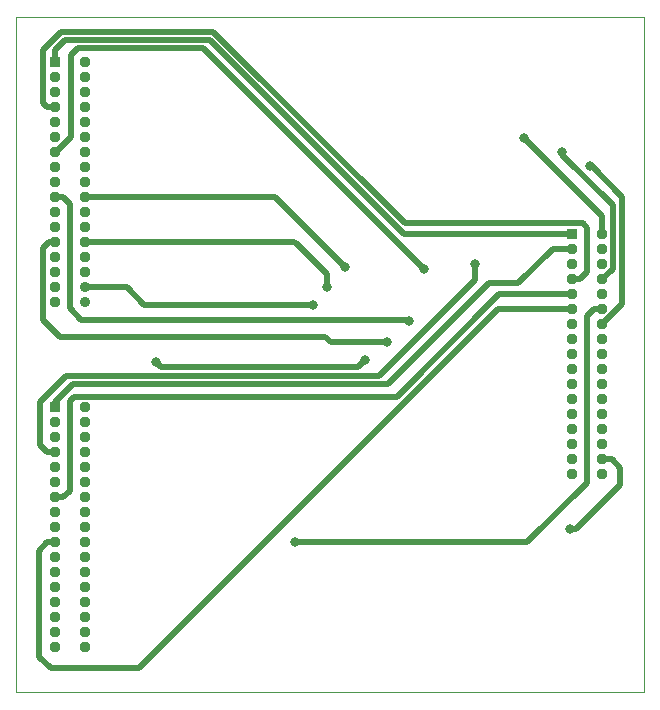
<source format=gbr>
%TF.GenerationSoftware,KiCad,Pcbnew,7.0.7*%
%TF.CreationDate,2023-09-12T23:19:34-05:00*%
%TF.ProjectId,Heater_North_DCT_HSK,48656174-6572-45f4-9e6f-7274685f4443,rev?*%
%TF.SameCoordinates,Original*%
%TF.FileFunction,Copper,L1,Top*%
%TF.FilePolarity,Positive*%
%FSLAX46Y46*%
G04 Gerber Fmt 4.6, Leading zero omitted, Abs format (unit mm)*
G04 Created by KiCad (PCBNEW 7.0.7) date 2023-09-12 23:19:34*
%MOMM*%
%LPD*%
G01*
G04 APERTURE LIST*
%TA.AperFunction,ComponentPad*%
%ADD10R,0.940800X0.940800*%
%TD*%
%TA.AperFunction,ComponentPad*%
%ADD11C,0.940800*%
%TD*%
%TA.AperFunction,ComponentPad*%
%ADD12C,0.890000*%
%TD*%
%TA.AperFunction,ViaPad*%
%ADD13C,0.800000*%
%TD*%
%TA.AperFunction,Conductor*%
%ADD14C,0.508000*%
%TD*%
%TA.AperFunction,Profile*%
%ADD15C,0.100000*%
%TD*%
G04 APERTURE END LIST*
D10*
%TO.P,J2,1,Pin_1*%
%TO.N,/HB2_1*%
X93969840Y-80010000D03*
D11*
%TO.P,J2,2,Pin_2*%
%TO.N,/HB2_2*%
X96530160Y-80010000D03*
%TO.P,J2,3,Pin_3*%
%TO.N,unconnected-(J2-Pin_3-Pad3)*%
X93980000Y-81280000D03*
%TO.P,J2,4,Pin_4*%
%TO.N,unconnected-(J2-Pin_4-Pad4)*%
X96520000Y-81280000D03*
%TO.P,J2,5,Pin_5*%
%TO.N,unconnected-(J2-Pin_5-Pad5)*%
X93980000Y-82550000D03*
%TO.P,J2,6,Pin_6*%
%TO.N,unconnected-(J2-Pin_6-Pad6)*%
X96520000Y-82550000D03*
%TO.P,J2,7,Pin_7*%
%TO.N,/HB2_7*%
X93980000Y-83820000D03*
%TO.P,J2,8,Pin_8*%
%TO.N,/HB2_8*%
X96520000Y-83820000D03*
%TO.P,J2,9,Pin_9*%
%TO.N,unconnected-(J2-Pin_9-Pad9)*%
X93980000Y-85090000D03*
%TO.P,J2,10,Pin_10*%
%TO.N,unconnected-(J2-Pin_10-Pad10)*%
X96520000Y-85090000D03*
%TO.P,J2,11,Pin_11*%
%TO.N,unconnected-(J2-Pin_11-Pad11)*%
X93980000Y-86360000D03*
%TO.P,J2,12,Pin_12*%
%TO.N,unconnected-(J2-Pin_12-Pad12)*%
X96520000Y-86360000D03*
%TO.P,J2,13,Pin_13*%
%TO.N,/HB2_13*%
X93980000Y-87630000D03*
%TO.P,J2,14,Pin_14*%
%TO.N,/HB2_14*%
X96520000Y-87630000D03*
%TO.P,J2,15,Pin_15*%
%TO.N,unconnected-(J2-Pin_15-Pad15)*%
X93980000Y-88900000D03*
%TO.P,J2,16,Pin_16*%
%TO.N,unconnected-(J2-Pin_16-Pad16)*%
X96520000Y-88900000D03*
%TO.P,J2,17,Pin_17*%
%TO.N,unconnected-(J2-Pin_17-Pad17)*%
X93980000Y-90170000D03*
%TO.P,J2,18,Pin_18*%
%TO.N,unconnected-(J2-Pin_18-Pad18)*%
X96520000Y-90170000D03*
%TO.P,J2,19,Pin_19*%
%TO.N,/HB2_19*%
X93980000Y-91440000D03*
%TO.P,J2,20,Pin_20*%
%TO.N,/HB2_20*%
X96520000Y-91440000D03*
%TO.P,J2,21,Pin_21*%
%TO.N,unconnected-(J2-Pin_21-Pad21)*%
X93980000Y-92710000D03*
%TO.P,J2,22,Pin_22*%
%TO.N,unconnected-(J2-Pin_22-Pad22)*%
X96520000Y-92710000D03*
%TO.P,J2,23,Pin_23*%
%TO.N,unconnected-(J2-Pin_23-Pad23)*%
X93980000Y-93980000D03*
%TO.P,J2,24,Pin_24*%
%TO.N,unconnected-(J2-Pin_24-Pad24)*%
X96520000Y-93980000D03*
%TO.P,J2,25,Pin_25*%
%TO.N,unconnected-(J2-Pin_25-Pad25)*%
X93980000Y-95250000D03*
%TO.P,J2,26,Pin_26*%
%TO.N,unconnected-(J2-Pin_26-Pad26)*%
X96520000Y-95250000D03*
%TO.P,J2,27,Pin_27*%
%TO.N,unconnected-(J2-Pin_27-Pad27)*%
X93980000Y-96520000D03*
%TO.P,J2,28,Pin_28*%
%TO.N,unconnected-(J2-Pin_28-Pad28)*%
X96520000Y-96520000D03*
%TO.P,J2,29,Pin_29*%
%TO.N,unconnected-(J2-Pin_29-Pad29)*%
X93980000Y-97790000D03*
%TO.P,J2,30,Pin_30*%
%TO.N,unconnected-(J2-Pin_30-Pad30)*%
X96520000Y-97790000D03*
%TO.P,J2,31,Pin_31*%
%TO.N,unconnected-(J2-Pin_31-Pad31)*%
X93980000Y-99060000D03*
%TO.P,J2,32,Pin_32*%
%TO.N,unconnected-(J2-Pin_32-Pad32)*%
X96520000Y-99060000D03*
%TO.P,J2,33,Pin_33*%
%TO.N,unconnected-(J2-Pin_33-Pad33)*%
X93980000Y-100330000D03*
%TO.P,J2,34,Pin_34*%
%TO.N,unconnected-(J2-Pin_34-Pad34)*%
X96520000Y-100330000D03*
%TD*%
D10*
%TO.P,J3,1,Pin_1*%
%TO.N,/HB1_1*%
X137719840Y-65340000D03*
D11*
%TO.P,J3,2,Pin_2*%
%TO.N,/HB1_2*%
X140280160Y-65340000D03*
%TO.P,J3,3,Pin_3*%
%TO.N,/HB2_1*%
X137730000Y-66610000D03*
%TO.P,J3,4,Pin_4*%
%TO.N,/HB2_2*%
X140270000Y-66610000D03*
%TO.P,J3,5,Pin_5*%
%TO.N,/HB2_7*%
X137730000Y-67880000D03*
%TO.P,J3,6,Pin_6*%
%TO.N,/HB2_8*%
X140270000Y-67880000D03*
%TO.P,J3,7,Pin_7*%
%TO.N,/HB1_7*%
X137730000Y-69150000D03*
%TO.P,J3,8,Pin_8*%
%TO.N,/HB1_8*%
X140270000Y-69150000D03*
%TO.P,J3,9,Pin_9*%
%TO.N,/HB2_13*%
X137730000Y-70420000D03*
%TO.P,J3,10,Pin_10*%
%TO.N,/HB2_14*%
X140270000Y-70420000D03*
%TO.P,J3,11,Pin_11*%
%TO.N,/HB2_19*%
X137730000Y-71690000D03*
%TO.P,J3,12,Pin_12*%
%TO.N,/HB2_20*%
X140270000Y-71690000D03*
%TO.P,J3,13,Pin_13*%
%TO.N,/HB1_13*%
X137730000Y-72960000D03*
%TO.P,J3,14,Pin_14*%
%TO.N,/HB1_14*%
X140270000Y-72960000D03*
%TO.P,J3,15,Pin_15*%
%TO.N,unconnected-(J3-Pin_15-Pad15)*%
X137730000Y-74230000D03*
%TO.P,J3,16,Pin_16*%
%TO.N,unconnected-(J3-Pin_16-Pad16)*%
X140270000Y-74230000D03*
%TO.P,J3,17,Pin_17*%
%TO.N,unconnected-(J3-Pin_17-Pad17)*%
X137730000Y-75500000D03*
%TO.P,J3,18,Pin_18*%
%TO.N,unconnected-(J3-Pin_18-Pad18)*%
X140270000Y-75500000D03*
%TO.P,J3,19,Pin_19*%
%TO.N,/HB1_19*%
X137730000Y-76770000D03*
%TO.P,J3,20,Pin_20*%
%TO.N,/HB1_20*%
X140270000Y-76770000D03*
%TO.P,J3,21,Pin_21*%
%TO.N,unconnected-(J3-Pin_21-Pad21)*%
X137730000Y-78040000D03*
%TO.P,J3,22,Pin_22*%
%TO.N,unconnected-(J3-Pin_22-Pad22)*%
X140270000Y-78040000D03*
%TO.P,J3,23,Pin_23*%
%TO.N,unconnected-(J3-Pin_23-Pad23)*%
X137730000Y-79310000D03*
%TO.P,J3,24,Pin_24*%
%TO.N,unconnected-(J3-Pin_24-Pad24)*%
X140270000Y-79310000D03*
%TO.P,J3,25,Pin_25*%
%TO.N,/HB1_25*%
X137730000Y-80580000D03*
%TO.P,J3,26,Pin_26*%
%TO.N,/HB1_26*%
X140270000Y-80580000D03*
%TO.P,J3,27,Pin_27*%
%TO.N,unconnected-(J3-Pin_27-Pad27)*%
X137730000Y-81850000D03*
%TO.P,J3,28,Pin_28*%
%TO.N,unconnected-(J3-Pin_28-Pad28)*%
X140270000Y-81850000D03*
%TO.P,J3,29,Pin_29*%
%TO.N,unconnected-(J3-Pin_29-Pad29)*%
X137730000Y-83120000D03*
%TO.P,J3,30,Pin_30*%
%TO.N,unconnected-(J3-Pin_30-Pad30)*%
X140270000Y-83120000D03*
%TO.P,J3,31,Pin_31*%
%TO.N,/HB1_31*%
X137730000Y-84390000D03*
%TO.P,J3,32,Pin_32*%
%TO.N,/HB1_32*%
X140270000Y-84390000D03*
%TO.P,J3,33,Pin_33*%
%TO.N,unconnected-(J3-Pin_33-Pad33)*%
X137730000Y-85660000D03*
%TO.P,J3,34,Pin_34*%
%TO.N,unconnected-(J3-Pin_34-Pad34)*%
X140270000Y-85660000D03*
%TD*%
D10*
%TO.P,J1,1,Pin_1*%
%TO.N,/HB1_1*%
X93969840Y-50800000D03*
D11*
%TO.P,J1,2,Pin_2*%
%TO.N,/HB1_2*%
X96530160Y-50800000D03*
%TO.P,J1,3,Pin_3*%
%TO.N,unconnected-(J1-Pin_3-Pad3)*%
X93980000Y-52070000D03*
%TO.P,J1,4,Pin_4*%
%TO.N,unconnected-(J1-Pin_4-Pad4)*%
X96520000Y-52070000D03*
%TO.P,J1,5,Pin_5*%
%TO.N,unconnected-(J1-Pin_5-Pad5)*%
X93980000Y-53340000D03*
%TO.P,J1,6,Pin_6*%
%TO.N,unconnected-(J1-Pin_6-Pad6)*%
X96520000Y-53340000D03*
%TO.P,J1,7,Pin_7*%
%TO.N,/HB1_7*%
X93980000Y-54610000D03*
%TO.P,J1,8,Pin_8*%
%TO.N,/HB1_8*%
X96520000Y-54610000D03*
%TO.P,J1,9,Pin_9*%
%TO.N,unconnected-(J1-Pin_9-Pad9)*%
X93980000Y-55880000D03*
%TO.P,J1,10,Pin_10*%
%TO.N,unconnected-(J1-Pin_10-Pad10)*%
X96520000Y-55880000D03*
%TO.P,J1,11,Pin_11*%
%TO.N,unconnected-(J1-Pin_11-Pad11)*%
X93980000Y-57150000D03*
%TO.P,J1,12,Pin_12*%
%TO.N,unconnected-(J1-Pin_12-Pad12)*%
X96520000Y-57150000D03*
%TO.P,J1,13,Pin_13*%
%TO.N,/HB1_13*%
X93980000Y-58420000D03*
%TO.P,J1,14,Pin_14*%
%TO.N,/HB1_14*%
X96520000Y-58420000D03*
%TO.P,J1,15,Pin_15*%
%TO.N,unconnected-(J1-Pin_15-Pad15)*%
X93980000Y-59690000D03*
%TO.P,J1,16,Pin_16*%
%TO.N,unconnected-(J1-Pin_16-Pad16)*%
X96520000Y-59690000D03*
%TO.P,J1,17,Pin_17*%
%TO.N,unconnected-(J1-Pin_17-Pad17)*%
X93980000Y-60960000D03*
%TO.P,J1,18,Pin_18*%
%TO.N,unconnected-(J1-Pin_18-Pad18)*%
X96520000Y-60960000D03*
%TO.P,J1,19,Pin_19*%
%TO.N,/HB1_19*%
X93980000Y-62230000D03*
%TO.P,J1,20,Pin_20*%
%TO.N,/HB1_20*%
X96520000Y-62230000D03*
%TO.P,J1,21,Pin_21*%
%TO.N,unconnected-(J1-Pin_21-Pad21)*%
X93980000Y-63500000D03*
%TO.P,J1,22,Pin_22*%
%TO.N,unconnected-(J1-Pin_22-Pad22)*%
X96520000Y-63500000D03*
%TO.P,J1,23,Pin_23*%
%TO.N,unconnected-(J1-Pin_23-Pad23)*%
X93980000Y-64770000D03*
%TO.P,J1,24,Pin_24*%
%TO.N,unconnected-(J1-Pin_24-Pad24)*%
X96520000Y-64770000D03*
%TO.P,J1,25,Pin_25*%
%TO.N,/HB1_25*%
X93980000Y-66040000D03*
%TO.P,J1,26,Pin_26*%
%TO.N,/HB1_26*%
X96520000Y-66040000D03*
%TO.P,J1,27,Pin_27*%
%TO.N,unconnected-(J1-Pin_27-Pad27)*%
X93980000Y-67310000D03*
%TO.P,J1,28,Pin_28*%
%TO.N,unconnected-(J1-Pin_28-Pad28)*%
X96520000Y-67310000D03*
%TO.P,J1,29,Pin_29*%
%TO.N,unconnected-(J1-Pin_29-Pad29)*%
X93980000Y-68580000D03*
%TO.P,J1,30,Pin_30*%
%TO.N,unconnected-(J1-Pin_30-Pad30)*%
X96520000Y-68580000D03*
%TO.P,J1,31,Pin_31*%
%TO.N,/HB1_31*%
X93980000Y-69850000D03*
D12*
%TO.P,J1,32,Pin_32*%
%TO.N,/HB1_32*%
X96520000Y-69850000D03*
D11*
%TO.P,J1,33,Pin_33*%
%TO.N,unconnected-(J1-Pin_33-Pad33)*%
X93980000Y-71120000D03*
D12*
%TO.P,J1,34,Pin_34*%
%TO.N,unconnected-(J1-Pin_34-Pad34)*%
X96520000Y-71120000D03*
%TD*%
D13*
%TO.N,/HB1_2*%
X133700000Y-57200000D03*
%TO.N,/HB1_8*%
X136900000Y-58400000D03*
%TO.N,/HB1_13*%
X125200000Y-68300000D03*
%TO.N,/HB1_14*%
X139300000Y-59600000D03*
%TO.N,/HB1_19*%
X123900000Y-72654000D03*
%TO.N,/HB1_20*%
X118550000Y-68150000D03*
%TO.N,/HB1_25*%
X122100000Y-74500000D03*
%TO.N,/HB1_26*%
X117000000Y-69800000D03*
%TO.N,/HB1_31*%
X102500000Y-76200000D03*
X120200000Y-76000000D03*
%TO.N,/HB1_32*%
X137600000Y-90300000D03*
X115800000Y-71300000D03*
%TO.N,/HB2_7*%
X129520000Y-67880000D03*
%TO.N,/HB2_20*%
X114300000Y-91440000D03*
%TD*%
D14*
%TO.N,/HB1_8*%
X140307300Y-69150000D02*
X140270000Y-69150000D01*
X141204560Y-62904560D02*
X141204560Y-68252740D01*
X136900000Y-58600000D02*
X141204560Y-62904560D01*
X141204560Y-68252740D02*
X140307300Y-69150000D01*
X136900000Y-58400000D02*
X136900000Y-58600000D01*
%TO.N,/HB1_2*%
X140300000Y-65320160D02*
X140280160Y-65340000D01*
X140300000Y-63800000D02*
X140300000Y-65320160D01*
X133700000Y-57200000D02*
X140300000Y-63800000D01*
%TO.N,/HB1_14*%
X142000000Y-62200000D02*
X142000000Y-71267300D01*
X139400000Y-59600000D02*
X142000000Y-62200000D01*
X142000000Y-71267300D02*
X140307300Y-72960000D01*
X139300000Y-59600000D02*
X139400000Y-59600000D01*
X140307300Y-72960000D02*
X140270000Y-72960000D01*
%TO.N,/HB1_1*%
X93969840Y-49730160D02*
X93969840Y-50800000D01*
X106690737Y-48892000D02*
X94808000Y-48892000D01*
X94808000Y-48892000D02*
X93969840Y-49730160D01*
X137719840Y-65340000D02*
X123506000Y-65340000D01*
X123506000Y-65340000D02*
X107074000Y-48908000D01*
X106706737Y-48908000D02*
X106690737Y-48892000D01*
X107074000Y-48908000D02*
X106706737Y-48908000D01*
%TO.N,/HB1_7*%
X139000000Y-64771360D02*
X138644240Y-64415600D01*
X92964000Y-49734736D02*
X92964000Y-54259246D01*
X106984000Y-48184000D02*
X94514736Y-48184000D01*
X137730000Y-69150000D02*
X138395246Y-69150000D01*
X107000000Y-48200000D02*
X106984000Y-48184000D01*
X139000000Y-68545246D02*
X139000000Y-64771360D01*
X94514736Y-48184000D02*
X92964000Y-49734736D01*
X138395246Y-69150000D02*
X139000000Y-68545246D01*
X92964000Y-54259246D02*
X93314754Y-54610000D01*
X93314754Y-54610000D02*
X93980000Y-54610000D01*
X138644240Y-64415600D02*
X123582864Y-64415600D01*
X107367264Y-48200000D02*
X107000000Y-48200000D01*
X123582864Y-64415600D02*
X107367264Y-48200000D01*
%TO.N,/HB1_13*%
X95900000Y-49600000D02*
X95300000Y-50200000D01*
X94017300Y-58420000D02*
X93980000Y-58420000D01*
X125196000Y-68300000D02*
X106496000Y-49600000D01*
X95300000Y-57137300D02*
X94017300Y-58420000D01*
X106496000Y-49600000D02*
X95900000Y-49600000D01*
X95300000Y-50200000D02*
X95300000Y-57137300D01*
X125200000Y-68300000D02*
X125196000Y-68300000D01*
%TO.N,/HB1_19*%
X96200000Y-72600000D02*
X95200000Y-71600000D01*
X94645246Y-62230000D02*
X93980000Y-62230000D01*
X123900000Y-72654000D02*
X123846000Y-72600000D01*
X95200000Y-71600000D02*
X95200000Y-62784754D01*
X95200000Y-62784754D02*
X94645246Y-62230000D01*
X123846000Y-72600000D02*
X96200000Y-72600000D01*
%TO.N,/HB1_20*%
X118550000Y-68150000D02*
X112630000Y-62230000D01*
X112630000Y-62230000D02*
X96520000Y-62230000D01*
%TO.N,/HB1_25*%
X94400000Y-74000000D02*
X92964000Y-72564000D01*
X116800000Y-74000000D02*
X94400000Y-74000000D01*
X92964000Y-66536000D02*
X93460000Y-66040000D01*
X117300000Y-74500000D02*
X116800000Y-74000000D01*
X93460000Y-66040000D02*
X93980000Y-66040000D01*
X122100000Y-74500000D02*
X117300000Y-74500000D01*
X92964000Y-72564000D02*
X92964000Y-66536000D01*
%TO.N,/HB1_26*%
X114300000Y-66100000D02*
X114240000Y-66040000D01*
X117000000Y-69800000D02*
X117000000Y-68700000D01*
X117000000Y-68700000D02*
X114400000Y-66100000D01*
X114400000Y-66100000D02*
X114300000Y-66100000D01*
X114240000Y-66040000D02*
X96520000Y-66040000D01*
%TO.N,unconnected-(J1-Pin_29-Pad29)*%
X93980000Y-68620000D02*
X93980000Y-68580000D01*
X93902700Y-68620000D02*
X93980000Y-68620000D01*
%TO.N,/HB1_31*%
X102900000Y-76600000D02*
X119600000Y-76600000D01*
X102500000Y-76200000D02*
X102900000Y-76600000D01*
X119600000Y-76600000D02*
X120200000Y-76000000D01*
%TO.N,/HB1_32*%
X141800000Y-86600000D02*
X138100000Y-90300000D01*
X100050000Y-69850000D02*
X96520000Y-69850000D01*
X101500000Y-71300000D02*
X100050000Y-69850000D01*
X141090000Y-84390000D02*
X141800000Y-85100000D01*
X138100000Y-90300000D02*
X137600000Y-90300000D01*
X115800000Y-71300000D02*
X101500000Y-71300000D01*
X140270000Y-84390000D02*
X141090000Y-84390000D01*
X141800000Y-85100000D02*
X141800000Y-86600000D01*
%TO.N,/HB2_1*%
X122184000Y-78016000D02*
X95484000Y-78016000D01*
X95484000Y-78016000D02*
X93969840Y-79530160D01*
X133200000Y-69500000D02*
X130700000Y-69500000D01*
X93969840Y-79530160D02*
X93969840Y-80010000D01*
X136090000Y-66610000D02*
X133200000Y-69500000D01*
X137730000Y-66610000D02*
X136090000Y-66610000D01*
X130700000Y-69500000D02*
X122184000Y-78016000D01*
%TO.N,/HB2_7*%
X92700000Y-83205246D02*
X93314754Y-83820000D01*
X129520000Y-67880000D02*
X129520000Y-69180000D01*
X129520000Y-69180000D02*
X121392000Y-77308000D01*
X121392000Y-77308000D02*
X94904000Y-77308000D01*
X94904000Y-77308000D02*
X92700000Y-79512000D01*
X92700000Y-79512000D02*
X92700000Y-83205246D01*
X93314754Y-83820000D02*
X93980000Y-83820000D01*
%TO.N,/HB2_13*%
X95614400Y-79085600D02*
X95200000Y-79500000D01*
X95200000Y-87075246D02*
X94645246Y-87630000D01*
X95200000Y-79500000D02*
X95200000Y-87075246D01*
X94645246Y-87630000D02*
X93980000Y-87630000D01*
X122914400Y-79085600D02*
X95614400Y-79085600D01*
X137730000Y-70420000D02*
X131580000Y-70420000D01*
X131580000Y-70420000D02*
X122914400Y-79085600D01*
%TO.N,/HB2_19*%
X101084261Y-102108000D02*
X93608000Y-102108000D01*
X137730000Y-71690000D02*
X131502261Y-71690000D01*
X131502261Y-71690000D02*
X101084261Y-102108000D01*
X93314754Y-91440000D02*
X93980000Y-91440000D01*
X93608000Y-102108000D02*
X92600000Y-101100000D01*
X92600000Y-92154754D02*
X93314754Y-91440000D01*
X92600000Y-101100000D02*
X92600000Y-92154754D01*
%TO.N,/HB2_20*%
X139000000Y-86400000D02*
X139000000Y-72294754D01*
X114300000Y-91440000D02*
X133960000Y-91440000D01*
X139604754Y-71690000D02*
X140270000Y-71690000D01*
X139000000Y-72294754D02*
X139604754Y-71690000D01*
X133960000Y-91440000D02*
X139000000Y-86400000D01*
%TD*%
D15*
X90690200Y-46990000D02*
X143830200Y-46990000D01*
X143830200Y-104140000D01*
X90690200Y-104140000D01*
X90690200Y-46990000D01*
M02*

</source>
